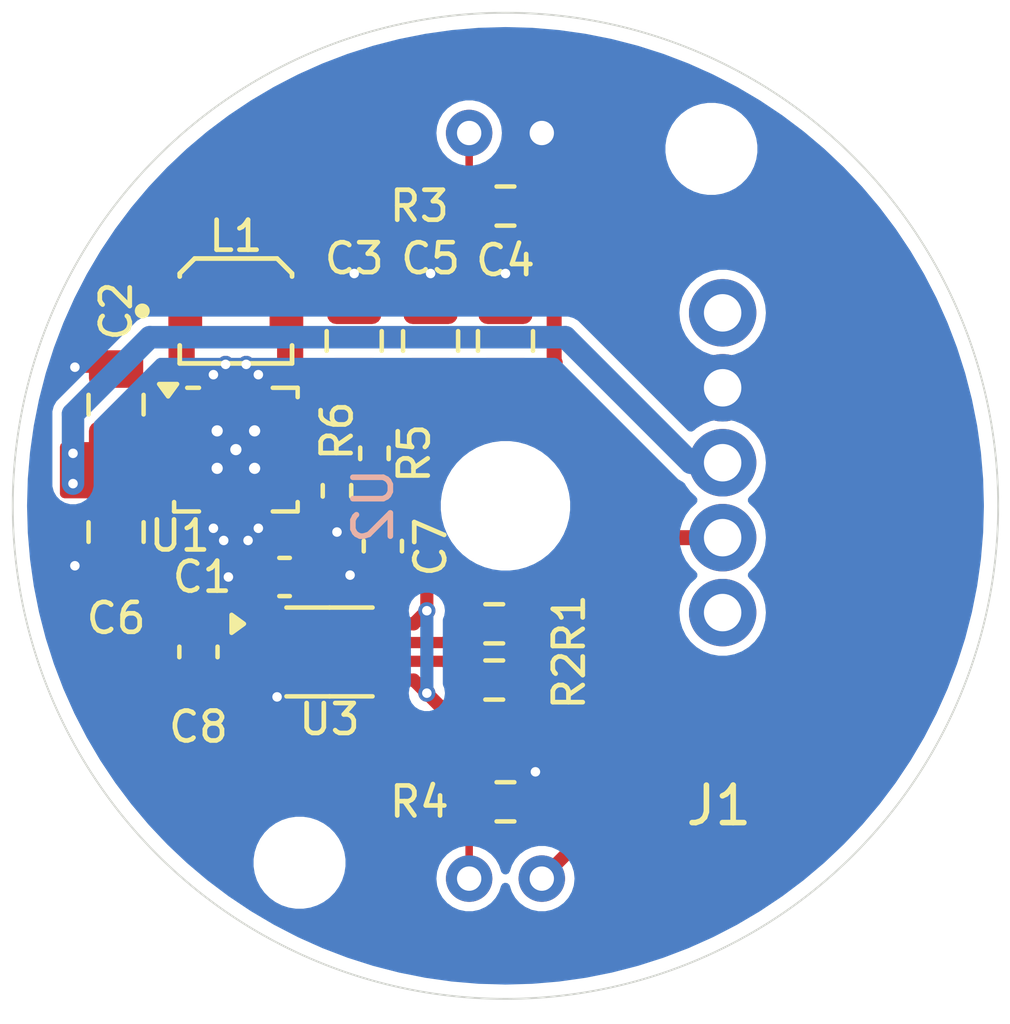
<source format=kicad_pcb>
(kicad_pcb (version 20240108) (generator "pcbnew") (generator_version "8.0")
  (layers (0 "F.Cu" signal) (1 "In1.Cu" power) (2 "In2.Cu" power) (31 "B.Cu" signal) (34 "B.Paste" user) (35 "F.Paste" user) (36 "B.SilkS" user "B.Silkscreen") (37 "F.SilkS" user "F.Silkscreen") (38 "B.Mask" user) (39 "F.Mask" user) (44 "Edge.Cuts" user))
  (net 0 "")
  (net 1 "GND")
  (net 2 "Net-(U1-VAUX)")
  (net 3 "VPP")
  (net 4 "+5V")
  (net 5 "Net-(U1-FB)")
  (net 6 "/TTL_POKE")
  (net 7 "Net-(U3-1B)")
  (net 8 "Net-(U3-2B)")
  (net 9 "Net-(R3-Pad2)")
  (net 10 "/POKE")
  (net 13 "Net-(U1-L1)")
  (net 14 "Net-(U1-L2)")
  (footprint "Capacitor_SMD:C_0603_1608Metric" (layer "F.Cu") (at 146.725 101.075 -90)
    (property "Reference" "C7" (at 0.025 -1.275 -90) (layer "F.SilkS") (effects (font (size 0.8 0.8) (thickness 0.125))))
    (property "Value" "1pF" (hide yes))
    (fp_line (start -0.14058 0.51) (end 0.14058 0.51) (stroke (width 0.12)) (layer "F.SilkS"))
    (fp_line (start -0.14058 -0.51) (end 0.14058 -0.51) (stroke (width 0.12)) (layer "F.SilkS"))
    (pad "1" smd roundrect (at -0.775 0 270) (size 0.9 0.95) (layers "F.Cu" "F.Paste" "F.Mask") (net 5 "Net-(U1-FB)"))
    (pad "2" smd roundrect (at 0.775 0 270) (size 0.9 0.95) (layers "F.Cu" "F.Paste" "F.Mask") (net 1 "GND"))
  )
  (footprint "Capacitor_SMD:C_0805_2012Metric" (layer "F.Cu") (at 150 95.6 -90)
    (property "Reference" "C4" (at -2.15 0 180) (layer "F.SilkS") (effects (font (size 0.8 0.8) (thickness 0.125))))
    (property "Value" "22uF" (hide yes))
    (fp_line (start -0.261252 0.735) (end 0.261252 0.735) (stroke (width 0.12)) (layer "F.SilkS"))
    (fp_line (start -0.261252 -0.735) (end 0.261252 -0.735) (stroke (width 0.12)) (layer "F.SilkS"))
    (pad "1" smd roundrect (at -0.95 0 270) (size 1 1.45) (layers "F.Cu" "F.Paste" "F.Mask") (net 1 "GND"))
    (pad "2" smd roundrect (at 0.95 0 270) (size 1 1.45) (layers "F.Cu" "F.Paste" "F.Mask") (net 4 "+5V"))
  )
  (footprint "Package_SON:Texas_S-PWSON-N10_ThermalVias" (layer "F.Cu") (at 142.8 98.5)
    (property "Reference" "U1" (at -1.5 2.3 0) (layer "F.SilkS") (effects (font (size 0.8 0.8) (thickness 0.125))))
    (property "Value" "TPS63060" (hide yes))
    (fp_line (start -1.65 1.65) (end -1.65 1.4) (stroke (width 0.12)) (layer "F.SilkS"))
    (fp_line (start -1.65 1.65) (end -0.985 1.65) (stroke (width 0.12)) (layer "F.SilkS"))
    (fp_line (start -1.3 -1.65) (end -0.985 -1.65) (stroke (width 0.12)) (layer "F.SilkS"))
    (fp_line (start 0.985 -1.65) (end 1.65 -1.65) (stroke (width 0.12)) (layer "F.SilkS"))
    (fp_line (start 0.985 1.65) (end 1.65 1.65) (stroke (width 0.12)) (layer "F.SilkS"))
    (fp_line (start 1.65 -1.4) (end 1.65 -1.65) (stroke (width 0.12)) (layer "F.SilkS"))
    (fp_line (start 1.65 1.4) (end 1.65 1.65) (stroke (width 0.12)) (layer "F.SilkS"))
    (fp_poly (pts (xy -1.81 -1.42) (xy -2.05 -1.75) (xy -1.57 -1.75) (xy -1.81 -1.42)) (stroke (width 0.12)) (fill solid) (layer "F.SilkS"))
    (pad "1" smd rect (at -1.76 -1) (size 0.28 0.28) (layers "F.Cu" "F.Paste" "F.Mask") (net 13 "Net-(U1-L1)"))
    (pad "1" smd oval (at -1.475 -1) (size 0.85 0.28) (layers "F.Cu" "F.Paste" "F.Mask") (net 13 "Net-(U1-L1)"))
    (pad "2" smd rect (at -1.76 -0.5) (size 0.28 0.28) (layers "F.Cu" "F.Paste" "F.Mask") (net 3 "VPP"))
    (pad "2" smd oval (at -1.475 -0.5) (size 0.85 0.28) (layers "F.Cu" "F.Paste" "F.Mask") (net 3 "VPP"))
    (pad "3" smd rect (at -1.76 0) (size 0.28 0.28) (layers "F.Cu" "F.Paste" "F.Mask") (net 3 "VPP"))
    (pad "3" smd oval (at -1.475 0) (size 0.85 0.28) (layers "F.Cu" "F.Paste" "F.Mask") (net 3 "VPP"))
    (pad "4" smd rect (at -1.76 0.5) (size 0.28 0.28) (layers "F.Cu" "F.Paste" "F.Mask") (net 1 "GND"))
    (pad "4" smd oval (at -1.475 0.5) (size 0.85 0.28) (layers "F.Cu" "F.Paste" "F.Mask") (net 1 "GND"))
    (pad "5" smd rect (at -1.76 1) (size 0.28 0.28) (layers "F.Cu" "F.Paste" "F.Mask"))
    (pad "5" smd oval (at -1.475 1) (size 0.85 0.28) (layers "F.Cu" "F.Paste" "F.Mask"))
    (pad "6" smd oval (at 1.475 1) (size 0.85 0.28) (layers "F.Cu" "F.Paste" "F.Mask") (net 2 "Net-(U1-VAUX)"))
    (pad "6" smd rect (at 1.76 1) (size 0.28 0.28) (layers "F.Cu" "F.Paste" "F.Mask") (net 2 "Net-(U1-VAUX)"))
    (pad "7" smd oval (at 1.475 0.5) (size 0.85 0.28) (layers "F.Cu" "F.Paste" "F.Mask") (net 1 "GND"))
    (pad "7" smd rect (at 1.76 0.5) (size 0.28 0.28) (layers "F.Cu" "F.Paste" "F.Mask") (net 1 "GND"))
    (pad "8" smd oval (at 1.475 0) (size 0.85 0.28) (layers "F.Cu" "F.Paste" "F.Mask") (net 5 "Net-(U1-FB)"))
    (pad "8" smd rect (at 1.76 0) (size 0.28 0.28) (layers "F.Cu" "F.Paste" "F.Mask") (net 5 "Net-(U1-FB)"))
    (pad "9" smd oval (at 1.475 -0.5) (size 0.85 0.28) (layers "F.Cu" "F.Paste" "F.Mask") (net 4 "+5V"))
    (pad "9" smd rect (at 1.76 -0.5) (size 0.28 0.28) (layers "F.Cu" "F.Paste" "F.Mask") (net 4 "+5V"))
    (pad "10" smd oval (at 1.475 -1) (size 0.85 0.28) (layers "F.Cu" "F.Paste" "F.Mask") (net 14 "Net-(U1-L2)"))
    (pad "10" smd rect (at 1.76 -1) (size 0.28 0.28) (layers "F.Cu" "F.Paste" "F.Mask") (net 14 "Net-(U1-L2)"))
    (pad "11" smd rect (at -0.6 -1.425) (size 0.23 0.6) (layers "F.Cu" "F.Paste" "F.Mask") (net 1 "GND"))
    (pad "11" smd rect (at -0.6 -1.425) (size 0.25 0.7) (layers "F.Cu" "F.Paste" "F.Mask") (net 1 "GND"))
    (pad "11" smd rect (at -0.6 1.425) (size 0.23 0.6) (layers "F.Cu" "F.Paste" "F.Mask") (net 1 "GND"))
    (pad "11" smd rect (at -0.6 1.425) (size 0.25 0.7) (layers "F.Cu" "F.Paste" "F.Mask") (net 1 "GND"))
    (pad "11" thru_hole circle (at -0.5 -0.5) (size 0.6 0.6) (drill 0.3) (layers "*.Cu" "*.Mask") (net 1 "GND"))
    (pad "11" thru_hole circle (at -0.5 0.5) (size 0.6 0.6) (drill 0.3) (layers "*.Cu" "*.Mask") (net 1 "GND"))
    (pad "11" smd rect (at -0.435 -0.56) (size 0.65 0.9) (layers "F.Cu" "F.Paste" "F.Mask") (net 1 "GND"))
    (pad "11" smd rect (at -0.435 0.56) (size 0.65 0.9) (layers "F.Cu" "F.Paste" "F.Mask") (net 1 "GND"))
    (pad "11" smd rect (at -0.2 -1.425) (size 0.23 0.6) (layers "F.Cu" "F.Paste" "F.Mask") (net 1 "GND"))
    (pad "11" smd rect (at -0.2 -1.425) (size 0.25 0.7) (layers "F.Cu" "F.Paste" "F.Mask") (net 1 "GND"))
    (pad "11" smd rect (at -0.2 1.425) (size 0.23 0.6) (layers "F.Cu" "F.Paste" "F.Mask") (net 1 "GND"))
    (pad "11" smd rect (at -0.2 1.425) (size 0.25 0.7) (layers "F.Cu" "F.Paste" "F.Mask") (net 1 "GND"))
    (pad "11" smd rect (at -0.001 0) (size 2.3 2.3) (layers "B.Cu") (net 1 "GND"))
    (pad "11" thru_hole circle (at 0 0) (size 0.6 0.6) (drill 0.3) (layers "*.Cu" "*.Mask") (net 1 "GND"))
    (pad "11" smd rect (at 0 0) (size 1.7 2.15) (layers "F.Cu" "F.Mask") (net 1 "GND"))
    (pad "11" smd rect (at 0.2 -1.425) (size 0.23 0.6) (layers "F.Cu" "F.Paste" "F.Mask") (net 1 "GND"))
    (pad "11" smd rect (at 0.2 -1.425) (size 0.25 0.7) (layers "F.Cu" "F.Paste" "F.Mask") (net 1 "GND"))
    (pad "11" smd rect (at 0.2 1.425) (size 0.23 0.6) (layers "F.Cu" "F.Paste" "F.Mask") (net 1 "GND"))
    (pad "11" smd rect (at 0.2 1.425) (size 0.25 0.7) (layers "F.Cu" "F.Paste" "F.Mask") (net 1 "GND"))
    (pad "11" smd rect (at 0.435 -0.56) (size 0.65 0.9) (layers "F.Cu" "F.Paste" "F.Mask") (net 1 "GND"))
    (pad "11" smd rect (at 0.435 0.56) (size 0.65 0.9) (layers "F.Cu" "F.Paste" "F.Mask") (net 1 "GND"))
    (pad "11" thru_hole circle (at 0.5 -0.5) (size 0.6 0.6) (drill 0.3) (layers "*.Cu" "*.Mask") (net 1 "GND"))
    (pad "11" thru_hole circle (at 0.5 0.5) (size 0.6 0.6) (drill 0.3) (layers "*.Cu" "*.Mask") (net 1 "GND"))
    (pad "11" smd rect (at 0.6 -1.425) (size 0.23 0.6) (layers "F.Cu" "F.Paste" "F.Mask") (net 1 "GND"))
    (pad "11" smd rect (at 0.6 -1.425) (size 0.25 0.7) (layers "F.Cu" "F.Paste" "F.Mask") (net 1 "GND"))
    (pad "11" smd rect (at 0.6 1.425) (size 0.23 0.6) (layers "F.Cu" "F.Paste" "F.Mask") (net 1 "GND"))
    (pad "11" smd rect (at 0.6 1.425) (size 0.25 0.7) (layers "F.Cu" "F.Paste" "F.Mask") (net 1 "GND"))
  )
  (footprint "Resistor_SMD:R_0603_1608Metric" (layer "F.Cu") (at 149.7 103.15)
    (property "Reference" "R1" (at 2 0 90) (layer "F.SilkS") (effects (font (size 0.8 0.8) (thickness 0.125))))
    (property "Value" "100" (hide yes))
    (fp_line (start -0.237258 -0.5225) (end 0.237258 -0.5225) (stroke (width 0.12)) (layer "F.SilkS"))
    (fp_line (start -0.237258 0.5225) (end 0.237258 0.5225) (stroke (width 0.12)) (layer "F.SilkS"))
    (pad "1" smd roundrect (at -0.825 0) (size 0.8 0.95) (layers "F.Cu" "F.Paste" "F.Mask") (net 7 "Net-(U3-1B)"))
    (pad "2" smd roundrect (at 0.825 0) (size 0.8 0.95) (layers "F.Cu" "F.Paste" "F.Mask") (net 6 "/TTL_POKE"))
  )
  (footprint "Resistor_SMD:R_0603_1608Metric" (layer "F.Cu") (at 149.7 104.65)
    (property "Reference" "R2" (at 2 0 90) (layer "F.SilkS") (effects (font (size 0.8 0.8) (thickness 0.125))))
    (property "Value" "100" (hide yes))
    (fp_line (start -0.237258 -0.5225) (end 0.237258 -0.5225) (stroke (width 0.12)) (layer "F.SilkS"))
    (fp_line (start -0.237258 0.5225) (end 0.237258 0.5225) (stroke (width 0.12)) (layer "F.SilkS"))
    (pad "1" smd roundrect (at -0.825 0) (size 0.8 0.95) (layers "F.Cu" "F.Paste" "F.Mask") (net 8 "Net-(U3-2B)"))
    (pad "2" smd roundrect (at 0.825 0) (size 0.8 0.95) (layers "F.Cu" "F.Paste" "F.Mask") (net 6 "/TTL_POKE"))
  )
  (footprint "Capacitor_SMD:C_0805_2012Metric" (layer "F.Cu") (at 148 95.6 -90)
    (property "Reference" "C5" (at -2.2 0 180) (layer "F.SilkS") (effects (font (size 0.8 0.8) (thickness 0.125))))
    (property "Value" "22uF" (hide yes))
    (fp_line (start -0.261252 0.735) (end 0.261252 0.735) (stroke (width 0.12)) (layer "F.SilkS"))
    (fp_line (start -0.261252 -0.735) (end 0.261252 -0.735) (stroke (width 0.12)) (layer "F.SilkS"))
    (pad "1" smd roundrect (at -0.95 0 270) (size 1 1.45) (layers "F.Cu" "F.Paste" "F.Mask") (net 1 "GND"))
    (pad "2" smd roundrect (at 0.95 0 270) (size 1 1.45) (layers "F.Cu" "F.Paste" "F.Mask") (net 4 "+5V"))
  )
  (footprint "MountingHole:MountingHole_2.2mm_M2" (layer "F.Cu") (at 144.5 109.52628)
    (property "Reference" "REF**" (hide yes))
    (property "Value" "MountingHole_2.2mm_M2" (hide yes))
    (pad "" np_thru_hole circle (at 0 0) (size 2.2 2.2) (drill 2.2) (layers "*.Cu" "*.Mask"))
  )
  (footprint "Resistor_SMD:R_0603_1608Metric" (layer "F.Cu") (at 150 107.9 180)
    (property "Reference" "R4" (at 2.3 0 0) (layer "F.SilkS") (effects (font (size 0.8 0.8) (thickness 0.125))))
    (property "Value" "R" (hide yes))
    (fp_line (start -0.237258 0.5225) (end 0.237258 0.5225) (stroke (width 0.12)) (layer "F.SilkS"))
    (fp_line (start -0.237258 -0.5225) (end 0.237258 -0.5225) (stroke (width 0.12)) (layer "F.SilkS"))
    (pad "1" smd roundrect (at -0.825 0 180) (size 0.8 0.95) (layers "F.Cu" "F.Paste" "F.Mask") (net 1 "GND"))
    (pad "2" smd roundrect (at 0.825 0 180) (size 0.8 0.95) (layers "F.Cu" "F.Paste" "F.Mask") (net 10 "/POKE"))
  )
  (footprint "Resistor_SMD:R_0603_1608Metric" (layer "F.Cu") (at 150 92 180)
    (property "Reference" "R3" (at 2.3 0 0) (layer "F.SilkS") (effects (font (size 0.8 0.8) (thickness 0.125))))
    (property "Value" "R" (hide yes))
    (fp_line (start -0.237258 0.5225) (end 0.237258 0.5225) (stroke (width 0.12)) (layer "F.SilkS"))
    (fp_line (start -0.237258 -0.5225) (end 0.237258 -0.5225) (stroke (width 0.12)) (layer "F.SilkS"))
    (pad "1" smd roundrect (at -0.825 0 180) (size 0.8 0.95) (layers "F.Cu" "F.Paste" "F.Mask") (net 4 "+5V"))
    (pad "2" smd roundrect (at 0.825 0 180) (size 0.8 0.95) (layers "F.Cu" "F.Paste" "F.Mask") (net 9 "Net-(R3-Pad2)"))
  )
  (footprint "Resistor_SMD:R_0402_1005Metric" (layer "F.Cu") (at 145.5 99.6 -90)
    (property "Reference" "R6" (at -1.6 0 90) (layer "F.SilkS") (effects (font (size 0.8 0.8) (thickness 0.125))))
    (property "Value" "111K" (hide yes))
    (fp_line (start -0.153641 0.38) (end 0.153641 0.38) (stroke (width 0.12)) (layer "F.SilkS"))
    (fp_line (start -0.153641 -0.38) (end 0.153641 -0.38) (stroke (width 0.12)) (layer "F.SilkS"))
    (pad "1" smd roundrect (at -0.51 0 270) (size 0.54 0.64) (layers "F.Cu" "F.Paste" "F.Mask") (net 5 "Net-(U1-FB)"))
    (pad "2" smd roundrect (at 0.51 0 270) (size 0.54 0.64) (layers "F.Cu" "F.Paste" "F.Mask") (net 1 "GND"))
  )
  (footprint "Capacitor_SMD:C_0603_1608Metric" (layer "F.Cu") (at 141.8 103.9 -90)
    (property "Reference" "C8" (at 2 0 180) (layer "F.SilkS") (effects (font (size 0.8 0.8) (thickness 0.125))))
    (property "Value" "0.1uF" (hide yes))
    (fp_line (start -0.14058 0.51) (end 0.14058 0.51) (stroke (width 0.12)) (layer "F.SilkS"))
    (fp_line (start -0.14058 -0.51) (end 0.14058 -0.51) (stroke (width 0.12)) (layer "F.SilkS"))
    (pad "1" smd roundrect (at -0.775 0 270) (size 0.9 0.95) (layers "F.Cu" "F.Paste" "F.Mask") (net 4 "+5V"))
    (pad "2" smd roundrect (at 0.775 0 270) (size 0.9 0.95) (layers "F.Cu" "F.Paste" "F.Mask") (net 1 "GND"))
  )
  (footprint "Capacitor_SMD:C_0805_2012Metric" (layer "F.Cu") (at 139.601 100.7 -90)
    (property "Reference" "C6" (at 2.3 0 180) (layer "F.SilkS") (effects (font (size 0.8 0.8) (thickness 0.125))))
    (property "Value" "10uF" (hide yes))
    (fp_line (start -0.261252 0.735) (end 0.261252 0.735) (stroke (width 0.12)) (layer "F.SilkS"))
    (fp_line (start -0.261252 -0.735) (end 0.261252 -0.735) (stroke (width 0.12)) (layer "F.SilkS"))
    (pad "1" smd roundrect (at -0.95 0 270) (size 1 1.45) (layers "F.Cu" "F.Paste" "F.Mask") (net 3 "VPP"))
    (pad "2" smd roundrect (at 0.95 0 270) (size 1 1.45) (layers "F.Cu" "F.Paste" "F.Mask") (net 1 "GND"))
  )
  (footprint "Capacitor_SMD:C_0603_1608Metric" (layer "F.Cu") (at 144.1 101.9 180)
    (property "Reference" "C1" (at 2.2 0 0) (layer "F.SilkS") (effects (font (size 0.8 0.8) (thickness 0.125))))
    (property "Value" "0.1uF" (hide yes))
    (fp_line (start -0.14058 0.51) (end 0.14058 0.51) (stroke (width 0.12)) (layer "F.SilkS"))
    (fp_line (start -0.14058 -0.51) (end 0.14058 -0.51) (stroke (width 0.12)) (layer "F.SilkS"))
    (pad "1" smd roundrect (at -0.775 0 180) (size 0.9 0.95) (layers "F.Cu" "F.Paste" "F.Mask") (net 2 "Net-(U1-VAUX)"))
    (pad "2" smd roundrect (at 0.775 0 180) (size 0.9 0.95) (layers "F.Cu" "F.Paste" "F.Mask") (net 1 "GND"))
  )
  (footprint "Capacitor_SMD:C_0805_2012Metric" (layer "F.Cu") (at 145.96 95.6 -90)
    (property "Reference" "C3" (at -2.2 0 180) (layer "F.SilkS") (effects (font (size 0.8 0.8) (thickness 0.125))))
    (property "Value" "22uF" (hide yes))
    (fp_line (start -0.261252 0.735) (end 0.261252 0.735) (stroke (width 0.12)) (layer "F.SilkS"))
    (fp_line (start -0.261252 -0.735) (end 0.261252 -0.735) (stroke (width 0.12)) (layer "F.SilkS"))
    (pad "1" smd roundrect (at -0.95 0 270) (size 1 1.45) (layers "F.Cu" "F.Paste" "F.Mask") (net 1 "GND"))
    (pad "2" smd roundrect (at 0.95 0 270) (size 1 1.45) (layers "F.Cu" "F.Paste" "F.Mask") (net 4 "+5V"))
  )
  (footprint "MountingHole:MountingHole_2.2mm_M2" (layer "F.Cu") (at 155.5 90.473721)
    (property "Reference" "REF**" (hide yes))
    (property "Value" "MountingHole_2.2mm_M2" (hide yes))
    (pad "" np_thru_hole circle (at 0 0) (size 2.2 2.2) (drill 2.2) (layers "*.Cu" "*.Mask"))
  )
  (footprint "kicad-lib:1226AS-H-1R5N=P2" (layer "F.Cu") (at 142.8 94.8)
    (property "Reference" "L1" (at 0 -2 0) (layer "F.SilkS") (effects (font (size 0.8 0.8) (thickness 0.125))))
    (property "Value" "1.5uH" (hide yes))
    (fp_line (start -1.5 -1) (end -1.1 -1.4) (stroke (width 0.127)) (layer "F.SilkS"))
    (fp_line (start -1.5 -0.92) (end -1.5 -1) (stroke (width 0.127)) (layer "F.SilkS"))
    (fp_line (start -1.5 1.4) (end -1.5 0.92) (stroke (width 0.127)) (layer "F.SilkS"))
    (fp_line (start -1.1 -1.4) (end 1.1 -1.4) (stroke (width 0.127)) (layer "F.SilkS"))
    (fp_line (start 1.1 -1.4) (end 1.5 -1) (stroke (width 0.127)) (layer "F.SilkS"))
    (fp_line (start 1.5 -1) (end 1.5 -0.92) (stroke (width 0.127)) (layer "F.SilkS"))
    (fp_line (start 1.5 0.92) (end 1.5 1.4) (stroke (width 0.127)) (layer "F.SilkS"))
    (fp_line (start 1.5 1.4) (end -1.5 1.4) (stroke (width 0.127)) (layer "F.SilkS"))
    (fp_circle (center -2.5 0) (end -2.4 0) (stroke (width 0.2)) (fill none) (layer "F.SilkS"))
    (pad "1" smd rect (at -1.35 0) (size 0.9 1.2) (layers "F.Cu" "F.Paste" "F.Mask") (net 13 "Net-(U1-L1)"))
    (pad "2" smd rect (at 1.35 0) (size 0.9 1.2) (layers "F.Cu" "F.Paste" "F.Mask") (net 14 "Net-(U1-L2)"))
  )
  (footprint "Resistor_SMD:R_0402_1005Metric" (layer "F.Cu") (at 146.5 98.6 -90)
    (property "Reference" "R5" (at 0 -1.06 90) (layer "F.SilkS") (effects (font (size 0.8 0.8) (thickness 0.125))))
    (property "Value" "1M" (hide yes))
    (fp_line (start -0.153641 0.38) (end 0.153641 0.38) (stroke (width 0.12)) (layer "F.SilkS"))
    (fp_line (start -0.153641 -0.38) (end 0.153641 -0.38) (stroke (width 0.12)) (layer "F.SilkS"))
    (pad "1" smd roundrect (at -0.51 0 270) (size 0.54 0.64) (layers "F.Cu" "F.Paste" "F.Mask") (net 4 "+5V"))
    (pad "2" smd roundrect (at 0.51 0 270) (size 0.54 0.64) (layers "F.Cu" "F.Paste" "F.Mask") (net 5 "Net-(U1-FB)"))
  )
  (footprint "Capacitor_SMD:C_0805_2012Metric" (layer "F.Cu") (at 139.6 97.3 90)
    (property "Reference" "C2" (at 2.5 0.001 90) (layer "F.SilkS") (effects (font (size 0.8 0.8) (thickness 0.125))))
    (property "Value" "10uF" (hide yes))
    (fp_line (start -0.261252 -0.735) (end 0.261252 -0.735) (stroke (width 0.12)) (layer "F.SilkS"))
    (fp_line (start -0.261252 0.735) (end 0.261252 0.735) (stroke (width 0.12)) (layer "F.SilkS"))
    (pad "1" smd roundrect (at -0.95 0 90) (size 1 1.45) (layers "F.Cu" "F.Paste" "F.Mask") (net 3 "VPP"))
    (pad "2" smd roundrect (at 0.95 0 90) (size 1 1.45) (layers "F.Cu" "F.Paste" "F.Mask") (net 1 "GND"))
  )
  (footprint "Package_SO:VSSOP-8_2.3x2mm_P0.5mm" (layer "F.Cu") (at 145.3 103.9)
    (property "Reference" "U3" (at 0 1.8 0) (layer "F.SilkS") (effects (font (size 0.8 0.8) (thickness 0.125))))
    (property "Value" "74LVCH2T45DC" (hide yes))
    (fp_line (start 0 -1.185) (end -1.15 -1.185) (stroke (width 0.12)) (layer "F.SilkS"))
    (fp_line (start 0 -1.185) (end 1.15 -1.185) (stroke (width 0.12)) (layer "F.SilkS"))
    (fp_line (start 0 1.185) (end -1.15 1.185) (stroke (width 0.12)) (layer "F.SilkS"))
    (fp_line (start 0 1.185) (end 1.15 1.185) (stroke (width 0.12)) (layer "F.SilkS"))
    (fp_poly (pts (xy -2.285 -0.75) (xy -2.615 -0.99) (xy -2.615 -0.51) (xy -2.285 -0.75)) (stroke (width 0.12)) (fill solid) (layer "F.SilkS"))
    (pad "1" smd roundrect (at -1.4 -0.75) (size 1.25 0.35) (layers "F.Cu" "F.Paste" "F.Mask") (net 4 "+5V"))
    (pad "2" smd roundrect (at -1.4 -0.25) (size 1.25 0.35) (layers "F.Cu" "F.Paste" "F.Mask") (net 10 "/POKE"))
    (pad "3" smd roundrect (at -1.4 0.25) (size 1.25 0.35) (layers "F.Cu" "F.Paste" "F.Mask") (net 10 "/POKE"))
    (pad "4" smd roundrect (at -1.4 0.75) (size 1.25 0.35) (layers "F.Cu" "F.Paste" "F.Mask") (net 1 "GND"))
    (pad "5" smd roundrect (at 1.4 0.75) (size 1.25 0.35) (layers "F.Cu" "F.Paste" "F.Mask") (net 4 "+5V"))
    (pad "6" smd roundrect (at 1.4 0.25) (size 1.25 0.35) (layers "F.Cu" "F.Paste" "F.Mask") (net 8 "Net-(U3-2B)"))
    (pad "7" smd roundrect (at 1.4 -0.25) (size 1.25 0.35) (layers "F.Cu" "F.Paste" "F.Mask") (net 7 "Net-(U3-1B)"))
    (pad "8" smd roundrect (at 1.4 -0.75) (size 1.25 0.35) (layers "F.Cu" "F.Paste" "F.Mask") (net 4 "+5V"))
  )
  (footprint "kicad-lib:3M_Mini-Clamp-Socket-37203-62B3-003PL-1x3_Vertical" (layer "F.Cu") (at 155.8 98.85)
    (property "Reference" "J1" (at -0.1 9.15 0) (layer "F.SilkS"))
    (property "Value" "Conn_01x03_Socket" (hide yes))
    (pad "" thru_hole circle (at 0 -4) (size 1.8 1.8) (drill 1) (layers "*.Cu" "*.Mask"))
    (pad "" thru_hole circle (at 0 4) (size 1.8 1.8) (drill 1) (layers "*.Cu" "*.Mask"))
    (pad "1" thru_hole circle (at 0 2) (size 1.8 1.8) (drill 1) (layers "*.Cu" "*.Mask") (net 6 "/TTL_POKE"))
    (pad "2" thru_hole circle (at 0 0) (size 1.8 1.8) (drill 1) (layers "*.Cu" "*.Mask") (net 3 "VPP"))
    (pad "3" thru_hole circle (at 0 -2) (size 1.8 1.8) (drill 1) (layers "*.Cu" "*.Mask") (net 1 "GND"))
  )
  (footprint "kicad-lib:EE-SX1140" (layer "B.Cu") (at 150 100 -90)
    (property "Reference" "U2" (at 0 3.53 90) (layer "B.SilkS") (effects (justify mirror)))
    (property "Value" "EE-SX1140" (hide yes))
    (pad "" np_thru_hole circle (at 0 0 270) (size 3.2 3.2) (drill 3.2) (layers "F&B.Cu" "*.Mask"))
    (pad "A" thru_hole circle (at -9.95 0.97 270) (size 1.24 1.24) (drill 0.65) (layers "*.Cu" "*.Mask") (net 9 "Net-(R3-Pad2)"))
    (pad "C" thru_hole circle (at 9.95 -0.97 270) (size 1.24 1.24) (drill 0.65) (layers "*.Cu" "*.Mask") (net 4 "+5V"))
    (pad "E" thru_hole circle (at 9.95 0.97 270) (size 1.24 1.24) (drill 0.65) (layers "*.Cu" "*.Mask") (net 10 "/POKE"))
    (pad "K" thru_hole circle (at -9.95 -0.97 270) (size 1.24 1.24) (drill 0.65) (layers "*.Cu" "*.Mask") (net 1 "GND"))
  )
  (gr_circle (center 150 100) (end 163.159408 100) (stroke (width 0.05)) (fill none) (layer "Edge.Cuts"))
  (segment (start 141.825 104.65) (end 141.8 104.675) (width 0.2) (layer "F.Cu") (net 1))
  (segment (start 143.125 100.925) (end 143 100.8) (width 0.2) (layer "F.Cu") (net 1))
  (segment (start 143.9 104.65) (end 143.9 105.1) (width 0.2) (layer "F.Cu") (net 1))
  (segment (start 143.9 104.65) (end 141.825 104.65) (width 0.2) (layer "F.Cu") (net 1))
  (segment (start 148 93.8) (end 148 94.65) (width 0.4) (layer "F.Cu") (net 1))
  (segment (start 142.525 96.225) (end 142.6 96.3) (width 0.25) (layer "F.Cu") (net 1))
  (segment (start 143.4 97.075) (end 143.4 96.5) (width 0.25) (layer "F.Cu") (net 1))
  (segment (start 139.6 96.35) (end 138.55 96.35) (width 0.2) (layer "F.Cu") (net 1))
  (segment (start 145.85 101.85) (end 146.725 101.85) (width 0.2) (layer "F.Cu") (net 1))
  (segment (start 142.6 100.8) (end 142.6 99.925) (width 0.2) (layer "F.Cu") (net 1))
  (segment (start 142.2 99.925) (end 142.2 100.6) (width 0.1524) (layer "F.Cu") (net 1))
  (segment (start 143 100.8) (end 143 99.925) (width 0.2) (layer "F.Cu") (net 1))
  (segment (start 143.325 101.9) (end 142.6 101.9) (width 0.2) (layer "F.Cu") (net 1))
  (segment (start 144.56 99) (end 143.3 99) (width 0.2) (layer "F.Cu") (net 1))
  (segment (start 142.305 99) (end 142.365 99.06) (width 0.2) (layer "F.Cu") (net 1))
  (segment (start 150.825 107.125) (end 150.8 107.1) (width 0.2) (layer "F.Cu") (net 1))
  (segment (start 150 93.8) (end 150 94.65) (width 0.4) (layer "F.Cu") (net 1))
  (segment (start 138.5 101.6) (end 138.55 101.65) (width 0.2) (layer "F.Cu") (net 1))
  (segment (start 143 96.3) (end 143 97.075) (width 0.25) (layer "F.Cu") (net 1))
  (segment (start 145.96 93.8) (end 145.96 94.65) (width 0.4) (layer "F.Cu") (net 1))
  (segment (start 143.4 100.6) (end 143.4 99.925) (width 0.2) (layer "F.Cu") (net 1))
  (segment (start 138.55 101.65) (end 139.601 101.65) (width 0.2) (layer "F.Cu") (net 1))
  (segment (start 143.075 96.225) (end 143 96.3) (width 0.25) (layer "F.Cu") (net 1))
  (segment (start 150.825 107.9) (end 150.825 107.125) (width 0.2) (layer "F.Cu") (net 1))
  (segment (start 142.475 100.925) (end 142.6 100.8) (width 0.2) (layer "F.Cu") (net 1))
  (segment (start 145.5 100.11) (end 145.5 100.7) (width 0.2) (layer "F.Cu") (net 1))
  (segment (start 143.325 101.9) (end 143.4 101.825) (width 0.2) (layer "F.Cu") (net 1))
  (segment (start 143.4 101.825) (end 143.4 100.6) (width 0.2) (layer "F.Cu") (net 1))
  (segment (start 138.55 96.35) (end 138.5 96.3) (width 0.2) (layer "F.Cu") (net 1))
  (segment (start 142.2 97.075) (end 142.2 96.5) (width 0.25) (layer "F.Cu") (net 1))
  (segment (start 142.6 96.3) (end 142.6 97.075) (width 0.25) (layer "F.Cu") (net 1))
  (segment (start 141.325 99) (end 142.305 99) (width 0.2) (layer "F.Cu") (net 1))
  (via (at 150.8 107.1) (size 0.4572) (drill 0.254) (layers "F.Cu" "B.Cu") (net 1))
  (via (at 143.4 96.5) (size 0.4572) (drill 0.254) (layers "F.Cu" "B.Cu") (net 1))
  (via (at 145.5 100.7) (size 0.4572) (drill 0.254) (layers "F.Cu" "B.Cu") (net 1))
  (via (at 145.85 101.85) (size 0.4572) (drill 0.254) (layers "F.Cu" "B.Cu") (net 1))
  (via (at 138.5 96.3) (size 0.4572) (drill 0.254) (layers "F.Cu" "B.Cu") (net 1))
  (via (at 145.96 93.8) (size 0.4572) (drill 0.254) (layers "F.Cu" "B.Cu") (net 1))
  (via (at 143.125 100.925) (size 0.4572) (drill 0.254) (layers "F.Cu" "B.Cu") (net 1))
  (via (at 142.475 100.925) (size 0.4572) (drill 0.254) (layers "F.Cu" "B.Cu") (net 1))
  (via (at 142.2 96.5) (size 0.4572) (drill 0.254) (layers "F.Cu" "B.Cu") (net 1))
  (via (at 143.4 100.6) (size 0.4572) (drill 0.254) (layers "F.Cu" "B.Cu") (net 1))
  (via (at 143.075 96.225) (size 0.4572) (drill 0.254) (layers "F.Cu" "B.Cu") (net 1))
  (via (at 138.5 101.6) (size 0.4572) (drill 0.254) (layers "F.Cu" "B.Cu") (net 1))
  (via (at 148 93.8) (size 0.4572) (drill 0.254) (layers "F.Cu" "B.Cu") (net 1))
  (via (at 142.6 101.9) (size 0.4572) (drill 0.254) (layers "F.Cu" "B.Cu") (net 1))
  (via (at 150 93.8) (size 0.4572) (drill 0.254) (layers "F.Cu" "B.Cu") (net 1))
  (via (at 142.2 100.6) (size 0.4572) (drill 0.254) (layers "F.Cu" "B.Cu") (net 1))
  (via (at 143.9 105.1) (size 0.4572) (drill 0.254) (layers "F.Cu" "B.Cu") (net 1))
  (via (at 142.525 96.225) (size 0.4572) (drill 0.254) (layers "F.Cu" "B.Cu") (net 1))
  (segment (start 144.56 99.5) (end 144.56 101.585) (width 0.2) (layer "F.Cu") (net 2))
  (segment (start 144.56 101.585) (end 144.875 101.9) (width 0.2) (layer "F.Cu") (net 2))
  (segment (start 141.325 98.5) (end 139.85 98.5) (width 0.28) (layer "F.Cu") (net 3))
  (segment (start 139.85 98.5) (end 139.6 98.25) (width 0.28) (layer "F.Cu") (net 3))
  (segment (start 139.6 99) (end 139.6 99.749) (width 0.6) (layer "F.Cu") (net 3))
  (segment (start 139.85 98) (end 139.6 98.25) (width 0.28) (layer "F.Cu") (net 3))
  (segment (start 139.6 98.25) (end 139.6 99) (width 0.6) (layer "F.Cu") (net 3))
  (segment (start 141.04 98) (end 139.85 98) (width 0.28) (layer "F.Cu") (net 3))
  (segment (start 139.6 99.749) (end 139.601 99.75) (width 0.6) (layer "F.Cu") (net 3))
  (via (at 138.45 99.408003) (size 0.4572) (drill 0.254) (layers "F.Cu" "B.Cu") (net 3))
  (via (at 138.45 98.6) (size 0.4572) (drill 0.254) (layers "F.Cu" "B.Cu") (net 3))
  (segment (start 138.45 98.6) (end 138.45 99.408003) (width 0.6) (layer "B.Cu") (net 3))
  (segment (start 151.6 95.5) (end 154.95 98.85) (width 0.6) (layer "B.Cu") (net 3))
  (segment (start 138.45 98.6) (end 138.45 97.55) (width 0.6) (layer "B.Cu") (net 3))
  (segment (start 140.5 95.5) (end 151.6 95.5) (width 0.6) (layer "B.Cu") (net 3))
  (segment (start 138.45 97.55) (end 140.5 95.5) (width 0.6) (layer "B.Cu") (net 3))
  (segment (start 154.95 98.85) (end 155.8 98.85) (width 0.6) (layer "B.Cu") (net 3))
  (segment (start 141.825 103.15) (end 143.9 103.15) (width 0.3) (layer "F.Cu") (net 4))
  (segment (start 147.9 105) (end 147.55 104.65) (width 0.35) (layer "F.Cu") (net 4))
  (segment (start 146.7 103.15) (end 143.9 103.15) (width 0.28) (layer "F.Cu") (net 4))
  (segment (start 147.9 102.8) (end 147.55 103.15) (width 0.35) (layer "F.Cu") (net 4))
  (segment (start 151.325 96.175) (end 151.3 96.15) (width 0.4) (layer "F.Cu") (net 4))
  (segment (start 141.8 103.125) (end 141.825 103.15) (width 0.3) (layer "F.Cu") (net 4))
  (segment (start 147.9 102.8) (end 147.9 99.1) (width 0.35) (layer "F.Cu") (net 4))
  (segment (start 146.41 98) (end 146.5 98.09) (width 0.28) (layer "F.Cu") (net 4))
  (segment (start 147.55 103.15) (end 146.7 103.15) (width 0.35) (layer "F.Cu") (net 4))
  (segment (start 149 106.1) (end 151 106.1) (width 0.35) (layer "F.Cu") (net 4))
  (segment (start 146.89 98.09) (end 146.5 98.09) (width 0.35) (layer "F.Cu") (net 4))
  (segment (start 151.8 106.9) (end 151.8 109.12) (width 0.35) (layer "F.Cu") (net 4))
  (segment (start 151.8 109.12) (end 150.97 109.95) (width 0.35) (layer "F.Cu") (net 4))
  (segment (start 143.9 103.15) (end 143.9 103.1226) (width 0.3) (layer "F.Cu") (net 4))
  (segment (start 147.9 105) (end 149 106.1) (width 0.35) (layer "F.Cu") (net 4))
  (segment (start 144.275 98) (end 146.41 98) (width 0.28) (layer "F.Cu") (net 4))
  (segment (start 151 106.1) (end 151.8 106.9) (width 0.35) (layer "F.Cu") (net 4))
  (segment (start 151.3 92.475) (end 150.825 92) (width 0.4) (layer "F.Cu") (net 4))
  (segment (start 147.9 99.1) (end 146.89 98.09) (width 0.35) (layer "F.Cu") (net 4))
  (segment (start 150 96.55) (end 150.95 96.55) (width 0.4) (layer "F.Cu") (net 4))
  (segment (start 147.55 104.65) (end 146.7 104.65) (width 0.35) (layer "F.Cu") (net 4))
  (segment (start 150.95 96.55) (end 151.325 96.175) (width 0.4) (layer "F.Cu") (net 4))
  (segment (start 151.3 96.15) (end 151.3 92.475) (width 0.4) (layer "F.Cu") (net 4))
  (via (at 147.9 105) (size 0.4572) (drill 0.254) (layers "F.Cu" "B.Cu") (net 4))
  (via (at 147.9 102.8) (size 0.4572) (drill 0.254) (layers "F.Cu" "B.Cu") (net 4))
  (segment (start 147.9 102.8) (end 147.9 105) (width 0.35) (layer "B.Cu") (net 4))
  (segment (start 145.5 99.09) (end 146.48 99.09) (width 0.2) (layer "F.Cu") (net 5))
  (segment (start 145 98.5) (end 144.275 98.5) (width 0.2) (layer "F.Cu") (net 5))
  (segment (start 146.725 100.3) (end 146.5 100.075) (width 0.2) (layer "F.Cu") (net 5))
  (segment (start 145.5 99.09) (end 145.5 99) (width 0.2) (layer "F.Cu") (net 5))
  (segment (start 146.5 100.075) (end 146.5 99.11) (width 0.2) (layer "F.Cu") (net 5))
  (segment (start 145.5 99) (end 145 98.5) (width 0.2) (layer "F.Cu") (net 5))
  (segment (start 146.48 99.09) (end 146.5 99.11) (width 0.2) (layer "F.Cu") (net 5))
  (segment (start 154.45 100.85) (end 155.8 100.85) (width 0.4) (layer "F.Cu") (net 6))
  (segment (start 150.625 103.25) (end 150.625 103.975) (width 0.4) (layer "F.Cu") (net 6))
  (segment (start 150.625 103.975) (end 150.7 103.9) (width 0.4) (layer "F.Cu") (net 6))
  (segment (start 150.525 103.15) (end 150.625 103.25) (width 0.4) (layer "F.Cu") (net 6))
  (segment (start 150.625 104.55) (end 150.525 104.65) (width 0.4) (layer "F.Cu") (net 6))
  (segment (start 151.4 103.9) (end 154.45 100.85) (width 0.4) (layer "F.Cu") (net 6))
  (segment (start 150.625 103.975) (end 150.625 104.55) (width 0.4) (layer "F.Cu") (net 6))
  (segment (start 150.7 103.9) (end 151.4 103.9) (width 0.4) (layer "F.Cu") (net 6))
  (segment (start 146.7 103.65) (end 148.375 103.65) (width 0.3) (layer "F.Cu") (net 7))
  (segment (start 148.375 103.65) (end 148.875 103.15) (width 0.3) (layer "F.Cu") (net 7))
  (segment (start 146.7 104.15) (end 148.375 104.15) (width 0.3) (layer "F.Cu") (net 8))
  (segment (start 148.375 104.15) (end 148.875 104.65) (width 0.3) (layer "F.Cu") (net 8))
  (segment (start 149.03 91.855) (end 149.175 92) (width 0.2) (layer "F.Cu") (net 9))
  (segment (start 149.03 90.05) (end 149.03 91.855) (width 0.2) (layer "F.Cu") (net 9))
  (segment (start 145.4 104.7) (end 145.4 104.4) (width 0.2) (layer "F.Cu") (net 10))
  (segment (start 144.9 103.9) (end 144.15 103.9) (width 0.2) (layer "F.Cu") (net 10))
  (segment (start 149.03 108.045) (end 149.175 107.9) (width 0.2) (layer "F.Cu") (net 10))
  (segment (start 143.9 104.15) (end 144.15 103.9) (width 0.2) (layer "F.Cu") (net 10))
  (segment (start 145.4 104.4) (end 144.9 103.9) (width 0.2) (layer "F.Cu") (net 10))
  (segment (start 149.03 109.95) (end 149.03 108.045) (width 0.2) (layer "F.Cu") (net 10))
  (segment (start 149.175 107.9) (end 148.6 107.9) (width 0.2) (layer "F.Cu") (net 10))
  (segment (start 148.6 107.9) (end 145.4 104.7) (width 0.2) (layer "F.Cu") (net 10))
  (segment (start 144.15 103.9) (end 143.9 103.65) (width 0.2) (layer "F.Cu") (net 10))
  (zone (net 3) (net_name "VPP") (layer "F.Cu") (priority 3) (connect_pads yes (clearance 0.25)) (min_thickness 0.25) (fill yes (thermal_gap 0.5) (thermal_bridge_width 0.5))
    (polygon (pts (xy 138.1 98.3) (xy 140.3 98.3) (xy 140.3 99.8) (xy 138.1 99.8)))
  )
  (zone (net 13) (net_name "Net-(U1-L1)") (layer "F.Cu") (connect_pads yes (clearance 0.25)) (min_thickness 0.25) (fill yes (thermal_gap 0.5) (thermal_bridge_width 0.5))
    (polygon (pts (xy 141.7 94.8) (xy 141.7 97.5) (xy 141 97.5) (xy 141 94.8)))
  )
  (zone (net 14) (net_name "Net-(U1-L2)") (layer "F.Cu") (connect_pads yes (clearance 0.25)) (min_thickness 0.25) (fill yes (thermal_gap 0.5) (thermal_bridge_width 0.5))
    (polygon (pts (xy 144.6 94.9) (xy 144.6 97.6) (xy 143.9 97.6) (xy 143.9 94.9)))
  )
  (zone (net 4) (net_name "+5V") (layer "F.Cu") (priority 2) (connect_pads yes (clearance 0.25)) (min_thickness 0.25) (fill yes (thermal_gap 0.5) (thermal_bridge_width 0.5))
    (polygon (pts (xy 145.1 98) (xy 146.9 98) (xy 147.8 97.3) (xy 150.9 97.3) (xy 150.9 96.2) (xy 145.1 96.2)))
  )
  (zone (net 1) (net_name "GND") (layers "In1.Cu" "B.Cu") (priority 1) (connect_pads yes (clearance 0.25)) (min_thickness 0.25) (fill yes (thermal_gap 0.5) (thermal_bridge_width 0.5))
    (polygon (pts (xy 136.5 86.5) (xy 136.5 113.840592) (xy 163.5 113.840592) (xy 163.5 86.5)))
  )
)
</source>
